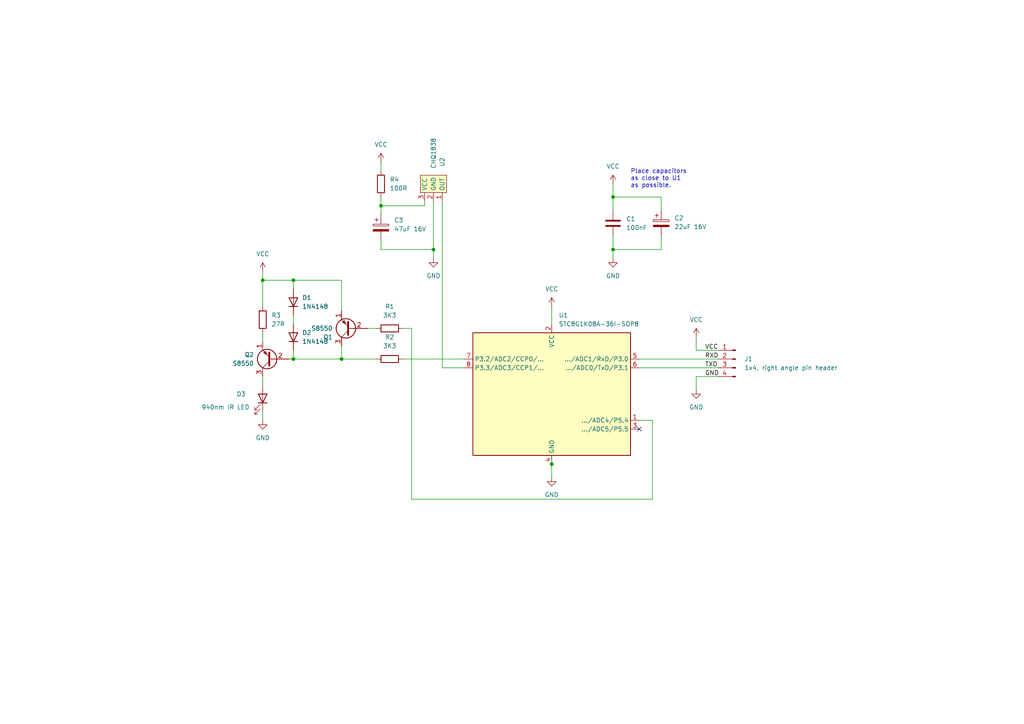
<source format=kicad_sch>
(kicad_sch (version 20230121) (generator eeschema)
  (paper "A4")
  (title_block (title "IRTM remixed - STC8G1K08A version") (date "2023-05-22") (rev "1.0") (company "(c) 2023 Vincent DEFERT. Licensed under the CC BY 4.0 license.") (comment 1 "More information at: http://creativecommons.org/licenses/by/4.0/") (comment 3 "Wide supply voltage (2.7-5.5V) infrared remote control to UART module"))
  (lib_symbols
    (symbol "Connector:Conn_01x04_Male" (pin_names (offset 1.016) hide)
      (property "Reference" "J" (at 0 5.08 0))
      (property "Value" "Conn_01x04_Male" (at 0 -7.62 0))
      (symbol "Conn_01x04_Male_1_1"
        (polyline (pts (xy 1.27 -5.08) (xy 0.8636 -5.08)) (stroke (width 0.1524)))
        (polyline (pts (xy 1.27 -2.54) (xy 0.8636 -2.54)) (stroke (width 0.1524)))
        (polyline (pts (xy 1.27 0) (xy 0.8636 0)) (stroke (width 0.1524)))
        (polyline (pts (xy 1.27 2.54) (xy 0.8636 2.54)) (stroke (width 0.1524)))
        (rectangle (start 0.8636 -4.953) (end 0 -5.207) (stroke (width 0.1524)) (fill (type outline)))
        (rectangle (start 0.8636 -2.413) (end 0 -2.667) (stroke (width 0.1524)) (fill (type outline)))
        (rectangle (start 0.8636 0.127) (end 0 -0.127) (stroke (width 0.1524)) (fill (type outline)))
        (rectangle (start 0.8636 2.667) (end 0 2.413) (stroke (width 0.1524)) (fill (type outline)))
        (pin passive line (at 5.08 2.54 180) (length 3.81) (name "Pin_1") (number "1"))
        (pin passive line (at 5.08 0 180) (length 3.81) (name "Pin_2") (number "2"))
        (pin passive line (at 5.08 -2.54 180) (length 3.81) (name "Pin_3") (number "3"))
        (pin passive line (at 5.08 -5.08 180) (length 3.81) (name "Pin_4") (number "4"))
      )
    )
    (symbol "Device:C" (pin_numbers hide) (pin_names (offset 0.254))
      (property "Reference" "C" (at 0.635 2.54 0))
      (property "Value" "C" (at 0.635 -2.54 0))
      (symbol "C_0_1"
        (polyline (pts (xy -2.032 -0.762) (xy 2.032 -0.762)) (stroke (width 0.508)))
        (polyline (pts (xy -2.032 0.762) (xy 2.032 0.762)) (stroke (width 0.508)))
      )
      (symbol "C_1_1"
        (pin passive line (at 0 3.81 270) (length 2.794) (name "~") (number "1"))
        (pin passive line (at 0 -3.81 90) (length 2.794) (name "~") (number "2"))
      )
    )
    (symbol "Device:C_Polarized" (pin_numbers hide) (pin_names (offset 0.254))
      (property "Reference" "C" (at 0.635 2.54 0))
      (property "Value" "C_Polarized" (at 0.635 -2.54 0))
      (symbol "C_Polarized_0_1"
        (rectangle (start -2.286 0.508) (end 2.286 1.016))
        (polyline (pts (xy -1.778 2.286) (xy -0.762 2.286)))
        (polyline (pts (xy -1.27 2.794) (xy -1.27 1.778)))
        (rectangle (start 2.286 -0.508) (end -2.286 -1.016) (fill (type outline)))
      )
      (symbol "C_Polarized_1_1"
        (pin passive line (at 0 3.81 270) (length 2.794) (name "~") (number "1"))
        (pin passive line (at 0 -3.81 90) (length 2.794) (name "~") (number "2"))
      )
    )
    (symbol "Device:LED" (pin_numbers hide) (pin_names (offset 1.016) hide)
      (property "Reference" "D" (at 0 2.54 0))
      (property "Value" "LED" (at 0 -2.54 0))
      (symbol "LED_0_1"
        (polyline (pts (xy -1.27 -1.27) (xy -1.27 1.27)) (stroke (width 0.254)))
        (polyline (pts (xy -1.27 0) (xy 1.27 0)))
        (polyline (pts (xy 1.27 -1.27) (xy 1.27 1.27) (xy -1.27 0) (xy 1.27 -1.27)) (stroke (width 0.254)))
        (polyline (pts (xy -3.048 -0.762) (xy -4.572 -2.286) (xy -3.81 -2.286) (xy -4.572 -2.286) (xy -4.572 -1.524)))
        (polyline (pts (xy -1.778 -0.762) (xy -3.302 -2.286) (xy -2.54 -2.286) (xy -3.302 -2.286) (xy -3.302 -1.524)))
      )
      (symbol "LED_1_1"
        (pin passive line (at -3.81 0 0) (length 2.54) (name "K") (number "1"))
        (pin passive line (at 3.81 0 180) (length 2.54) (name "A") (number "2"))
      )
    )
    (symbol "Device:R" (pin_numbers hide) (pin_names (offset 0))
      (property "Reference" "R" (at 2.032 0 90))
      (property "Value" "R" (at 0 0 90))
      (symbol "R_0_1"
        (rectangle (start -1.016 -2.54) (end 1.016 2.54) (stroke (width 0.254)))
      )
      (symbol "R_1_1"
        (pin passive line (at 0 3.81 270) (length 1.27) (name "~") (number "1"))
        (pin passive line (at 0 -3.81 90) (length 1.27) (name "~") (number "2"))
      )
    )
    (symbol "Diode:1N4148" (pin_numbers hide) (pin_names (offset 1.016) hide)
      (property "Reference" "D" (at 0 2.54 0))
      (property "Value" "1N4148" (at 0 -2.54 0))
      (symbol "1N4148_0_1"
        (polyline (pts (xy -1.27 1.27) (xy -1.27 -1.27)) (stroke (width 0.254)))
        (polyline (pts (xy 1.27 0) (xy -1.27 0)))
        (polyline (pts (xy 1.27 1.27) (xy 1.27 -1.27) (xy -1.27 0) (xy 1.27 1.27)) (stroke (width 0.254)))
      )
      (symbol "1N4148_1_1"
        (pin passive line (at -3.81 0 0) (length 2.54) (name "K") (number "1"))
        (pin passive line (at 3.81 0 180) (length 2.54) (name "A") (number "2"))
      )
    )
    (symbol "IR_Receiver:CHQ1838"
      (property "Reference" "U?" (at -5.08 1.27 0))
      (property "Value" "CHQ1838" (at -7.62 -1.27 0))
      (symbol "CHQ1838_0_1"
        (rectangle (start -2.54 3.81) (end 2.54 -3.81) (fill (type background)))
      )
      (symbol "CHQ1838_1_1"
        (pin bidirectional line (at 5.08 2.54 180) (length 2.54) (name "OUT") (number "1"))
        (pin bidirectional line (at 5.08 0 180) (length 2.54) (name "GND") (number "2"))
        (pin bidirectional line (at 5.08 -2.54 180) (length 2.54) (name "VCC") (number "3"))
      )
    )
    (symbol "STC:STC8G1K08A-36I-SOP8"
      (property "Reference" "U?" (at -22.86 19.05 0))
      (property "Value" "STC8G1K08A-36I-SOP8" (at 1.27 19.05 0))
      (symbol "STC8G1K08A-36I-SOP8_0_1"
        (rectangle (start -22.86 17.78) (end 22.86 -17.78) (stroke (width 0.254)) (fill (type background)))
      )
      (symbol "STC8G1K08A-36I-SOP8_1_1"
        (pin bidirectional line (at 25.4 -7.62 180) (length 2.54) (name ".../ADC4/P5.4") (number "1"))
        (pin power_in line (at 0 20.32 270) (length 2.54) (name "VCC") (number "2"))
        (pin bidirectional line (at 25.4 -10.16 180) (length 2.54) (name ".../ADC5/P5.5") (number "3"))
        (pin power_in line (at 0 -20.32 90) (length 2.54) (name "GND") (number "4"))
        (pin bidirectional line (at 25.4 10.16 180) (length 2.54) (name ".../ADC1/RxD/P3.0") (number "5"))
        (pin bidirectional line (at 25.4 7.62 180) (length 2.54) (name ".../ADC0/TxD/P3.1") (number "6"))
        (pin bidirectional line (at -25.4 10.16 0) (length 2.54) (name "P3.2/ADC2/CCP0/...") (number "7"))
        (pin bidirectional line (at -25.4 7.62 0) (length 2.54) (name "P3.3/ADC3/CCP1/...") (number "8"))
      )
    )
    (symbol "Transistor_BJT:S8550" (pin_names (offset 0) hide)
      (property "Reference" "Q" (at 5.08 1.905 0))
      (property "Value" "S8550" (at 5.08 0 0))
      (symbol "S8550_0_1"
        (polyline (pts (xy 0 0) (xy 0.635 0)))
        (polyline (pts (xy 2.54 -2.54) (xy 0.635 -0.635)))
        (polyline (pts (xy 2.54 2.54) (xy 0.635 0.635)))
        (polyline (pts (xy 0.635 1.905) (xy 0.635 -1.905) (xy 0.635 -1.905)) (stroke (width 0.508)) (fill (type outline)))
        (polyline (pts (xy 1.778 -2.286) (xy 2.286 -1.778) (xy 1.27 -1.27) (xy 1.778 -2.286) (xy 1.778 -2.286)) (fill (type outline)))
        (circle (center 1.27 0) (radius 2.8194) (stroke (width 0.254)))
      )
      (symbol "S8550_1_1"
        (pin passive line (at 2.54 -5.08 90) (length 2.54) (name "E") (number "1"))
        (pin input line (at -5.08 0 0) (length 5.08) (name "B") (number "2"))
        (pin passive line (at 2.54 5.08 270) (length 2.54) (name "C") (number "3"))
      )
    )
    (symbol "power:GND" (power) (pin_names (offset 0))
      (property "Value" "GND" (at 0 -3.81 0))
      (symbol "GND_0_1"
        (polyline (pts (xy 0 0) (xy 0 -1.27) (xy 1.27 -1.27) (xy 0 -2.54) (xy -1.27 -1.27) (xy 0 -1.27)))
      )
      (symbol "GND_1_1"
        (pin power_in line (at 0 0 270) (length 0) hide (name "GND") (number "1"))
      )
    )
    (symbol "power:VCC" (power) (pin_names (offset 0))
      (property "Value" "VCC" (at 0 3.81 0))
      (symbol "VCC_0_1"
        (polyline (pts (xy -0.762 1.27) (xy 0 2.54)))
        (polyline (pts (xy 0 0) (xy 0 2.54)))
        (polyline (pts (xy 0 2.54) (xy 0.762 1.27)))
      )
      (symbol "VCC_1_1"
        (pin power_in line (at 0 0 90) (length 0) hide (name "VCC") (number "1"))
      )
    )
  )
  (junction (at 125.73 72.39))
  (junction (at 85.09 81.28))
  (junction (at 85.09 104.14))
  (junction (at 177.8 72.39))
  (junction (at 76.2 81.28))
  (junction (at 177.8 57.15))
  (junction (at 110.49 59.69))
  (junction (at 99.06 104.14))
  (junction (at 160.02 134.62))
  (no_connect (at 185.42 124.46))
  (wire (pts (xy 85.09 104.14) (xy 99.06 104.14)))
  (wire (pts (xy 160.02 134.62) (xy 160.02 138.43)))
  (wire (pts (xy 177.8 72.39) (xy 177.8 74.93)))
  (wire (pts (xy 185.42 104.14) (xy 208.28 104.14)))
  (wire (pts (xy 177.8 72.39) (xy 191.77 72.39)))
  (wire (pts (xy 110.49 69.85) (xy 110.49 72.39)))
  (wire (pts (xy 191.77 57.15) (xy 191.77 60.96)))
  (wire (pts (xy 110.49 59.69) (xy 110.49 62.23)))
  (wire (pts (xy 177.8 53.34) (xy 177.8 57.15)))
  (wire (pts (xy 99.06 90.17) (xy 99.06 81.28)))
  (wire (pts (xy 201.93 101.6) (xy 208.28 101.6)))
  (wire (pts (xy 201.93 113.03) (xy 201.93 109.22)))
  (wire (pts (xy 160.02 88.9) (xy 160.02 93.98)))
  (wire (pts (xy 116.84 95.25) (xy 119.38 95.25)))
  (wire (pts (xy 106.68 95.25) (xy 109.22 95.25)))
  (wire (pts (xy 76.2 81.28) (xy 76.2 88.9)))
  (wire (pts (xy 185.42 121.92) (xy 189.23 121.92)))
  (wire (pts (xy 160.02 133.35) (xy 160.02 134.62)))
  (wire (pts (xy 85.09 81.28) (xy 99.06 81.28)))
  (wire (pts (xy 189.23 121.92) (xy 189.23 144.78)))
  (wire (pts (xy 177.8 57.15) (xy 191.77 57.15)))
  (wire (pts (xy 76.2 78.74) (xy 76.2 81.28)))
  (wire (pts (xy 201.93 109.22) (xy 208.28 109.22)))
  (wire (pts (xy 116.84 104.14) (xy 134.62 104.14)))
  (wire (pts (xy 85.09 81.28) (xy 85.09 83.82)))
  (wire (pts (xy 99.06 100.33) (xy 99.06 104.14)))
  (wire (pts (xy 110.49 59.69) (xy 123.19 59.69)))
  (wire (pts (xy 110.49 57.15) (xy 110.49 59.69)))
  (wire (pts (xy 191.77 68.58) (xy 191.77 72.39)))
  (wire (pts (xy 177.8 57.15) (xy 177.8 60.96)))
  (wire (pts (xy 201.93 97.79) (xy 201.93 101.6)))
  (wire (pts (xy 119.38 144.78) (xy 119.38 95.25)))
  (wire (pts (xy 185.42 106.68) (xy 208.28 106.68)))
  (wire (pts (xy 99.06 104.14) (xy 109.22 104.14)))
  (wire (pts (xy 110.49 72.39) (xy 125.73 72.39)))
  (wire (pts (xy 110.49 46.99) (xy 110.49 49.53)))
  (wire (pts (xy 128.27 106.68) (xy 134.62 106.68)))
  (wire (pts (xy 76.2 109.22) (xy 76.2 111.76)))
  (wire (pts (xy 76.2 119.38) (xy 76.2 121.92)))
  (wire (pts (xy 76.2 96.52) (xy 76.2 99.06)))
  (wire (pts (xy 128.27 58.42) (xy 128.27 106.68)))
  (wire (pts (xy 177.8 68.58) (xy 177.8 72.39)))
  (wire (pts (xy 123.19 58.42) (xy 123.19 59.69)))
  (wire (pts (xy 85.09 91.44) (xy 85.09 93.98)))
  (wire (pts (xy 76.2 81.28) (xy 85.09 81.28)))
  (wire (pts (xy 125.73 72.39) (xy 125.73 74.93)))
  (wire (pts (xy 125.73 58.42) (xy 125.73 72.39)))
  (wire (pts (xy 189.23 144.78) (xy 119.38 144.78)))
  (wire (pts (xy 83.82 104.14) (xy 85.09 104.14)))
  (wire (pts (xy 85.09 101.6) (xy 85.09 104.14)))
  (text "Place capacitors\nas close to U1\nas possible." (at 182.88 54.61 0) (effects (font (size 1.27 1.27)) (justify left bottom)))
  (label "VCC" (at 204.47 101.6 0))
  (label "GND" (at 204.47 109.22 0))
  (label "TXD" (at 204.47 106.68 0))
  (label "RXD" (at 204.47 104.14 0))
  (symbol (lib_id "power:VCC") (at 160.02 88.9 0) (unit 1)
    (property "Reference" "#PWR0107" (effects hide))
    (property "Value" "VCC" (at 160.02 83.82 0))
  )
  (symbol (lib_id "power:VCC") (at 76.2 78.74 0) (unit 1)
    (property "Reference" "#PWR0103" (effects hide))
    (property "Value" "VCC" (at 76.2 73.66 0))
  )
  (symbol (lib_id "power:VCC") (at 110.49 46.99 0) (unit 1)
    (property "Reference" "#PWR0101" (effects hide))
    (property "Value" "VCC" (at 110.49 41.91 0))
  )
  (symbol (lib_id "power:VCC") (at 177.8 53.34 0) (unit 1)
    (property "Reference" "#PWR0106" (effects hide))
    (property "Value" "VCC" (at 177.8 48.26 0))
  )
  (symbol (lib_id "STC:STC8G1K08A-36I-SOP8") (at 160.02 114.3 0) (unit 1)
    (property "Reference" "U1" (at 162.0394 91.44 0) (effects (justify left)))
    (property "Value" "STC8G1K08A-36I-SOP8" (at 162.0394 93.98 0) (effects (justify left)))
    (property "Footprint" "Package_SO:STC_SOP-8_3.9x4.9mm_P1.27mm" (effects hide))
    (property "Datasheet" "www.stcmicro.com/datasheet/STC8G-en.pdf" (effects hide))
  )
  (symbol (lib_id "power:GND") (at 177.8 74.93 0) (unit 1)
    (property "Reference" "#PWR0105" (effects hide))
    (property "Value" "GND" (at 177.8 80.01 0))
  )
  (symbol (lib_id "Transistor_BJT:S8550") (at 78.74 104.14 180) (unit 1)
    (property "Reference" "Q2" (at 73.66 102.8699 0) (effects (justify left)))
    (property "Value" "S8550" (at 73.66 105.4099 0) (effects (justify left)))
    (property "Footprint" "Package_TO_SOT_THT:TO-92_Inline" (effects hide))
    (property "Datasheet" "http://www.unisonic.com.tw/datasheet/S8550.pdf" (effects hide))
  )
  (symbol (lib_id "Device:R") (at 113.03 95.25 90) (unit 1)
    (property "Reference" "R1" (at 113.03 88.9 90))
    (property "Value" "3K3" (at 113.03 91.44 90))
  )
  (symbol (lib_id "Device:C_Polarized") (at 110.49 66.04 0) (unit 1)
    (property "Reference" "C3" (at 114.3 63.8809 0) (effects (justify left)))
    (property "Value" "47uF 16V" (at 114.3 66.4209 0) (effects (justify left)))
  )
  (symbol (lib_id "Device:C_Polarized") (at 191.77 64.77 0) (unit 1)
    (property "Reference" "C2" (at 195.58 63.246 0) (effects (justify left)))
    (property "Value" "22uF 16V" (at 195.58 65.786 0) (effects (justify left)))
  )
  (symbol (lib_id "power:GND") (at 76.2 121.92 0) (unit 1)
    (property "Reference" "#PWR0102" (effects hide))
    (property "Value" "GND" (at 76.2 127 0))
  )
  (symbol (lib_id "Device:R") (at 113.03 104.14 90) (unit 1)
    (property "Reference" "R2" (at 113.03 97.79 90))
    (property "Value" "3K3" (at 113.03 100.33 90))
  )
  (symbol (lib_id "power:GND") (at 125.73 74.93 0) (unit 1)
    (property "Reference" "#PWR0108" (effects hide))
    (property "Value" "GND" (at 125.73 80.01 0))
  )
  (symbol (lib_id "Device:R") (at 110.49 53.34 0) (unit 1)
    (property "Reference" "R4" (at 113.03 52.0699 0) (effects (justify left)))
    (property "Value" "100R" (at 113.03 54.6099 0) (effects (justify left)))
  )
  (symbol (lib_id "Device:C") (at 177.8 64.77 0) (unit 1)
    (property "Reference" "C1" (at 181.61 63.4999 0) (effects (justify left)))
    (property "Value" "100nF" (at 181.61 66.0399 0) (effects (justify left)))
  )
  (symbol (lib_id "power:GND") (at 160.02 138.43 0) (unit 1)
    (property "Reference" "#PWR0110" (effects hide))
    (property "Value" "GND" (at 160.02 143.51 0))
  )
  (symbol (lib_id "Transistor_BJT:S8550") (at 101.6 95.25 180) (unit 1)
    (property "Reference" "Q1" (at 96.52 97.79 0) (effects (justify left)))
    (property "Value" "S8550" (at 96.52 95.25 0) (effects (justify left)))
    (property "Footprint" "Package_TO_SOT_THT:TO-92_Inline" (effects hide))
    (property "Datasheet" "http://www.unisonic.com.tw/datasheet/S8550.pdf" (effects hide))
  )
  (symbol (lib_id "Connector:Conn_01x04_Male") (at 213.36 104.14 0) (mirror y) (unit 1)
    (property "Reference" "J1" (at 215.9 104.14 0) (effects (justify right)))
    (property "Value" "1x4, right angle pin header" (at 215.9 106.68 0) (effects (justify right)))
  )
  (symbol (lib_id "Device:LED") (at 76.2 115.57 270) (mirror x) (unit 1)
    (property "Reference" "D3" (at 68.58 114.3 90) (effects (justify left)))
    (property "Value" "940nm IR LED" (at 58.42 118.11 90) (effects (justify left)))
  )
  (symbol (lib_id "Device:R") (at 76.2 92.71 0) (unit 1)
    (property "Reference" "R3" (at 78.74 91.4399 0) (effects (justify left)))
    (property "Value" "27R" (at 78.74 93.9799 0) (effects (justify left)))
  )
  (symbol (lib_id "power:GND") (at 201.93 113.03 0) (unit 1)
    (property "Reference" "#PWR0109" (effects hide))
    (property "Value" "GND" (at 201.93 118.11 0))
  )
  (symbol (lib_id "IR_Receiver:CHQ1838") (at 125.73 53.34 270) (unit 1)
    (property "Reference" "U2" (at 128.27 46.99 0))
    (property "Value" "CHQ1838" (at 125.73 44.45 0))
  )
  (symbol (lib_id "Diode:1N4148") (at 85.09 97.79 90) (unit 1)
    (property "Reference" "D2" (at 87.63 96.5199 90) (effects (justify right)))
    (property "Value" "1N4148" (at 87.63 99.0599 90) (effects (justify right)))
    (property "Footprint" "Diode_THT:D_DO-35_SOD27_P7.62mm_Horizontal" (effects hide))
    (property "Datasheet" "https://assets.nexperia.com/documents/data-sheet/1N4148_1N4448.pdf" (effects hide))
  )
  (symbol (lib_id "Diode:1N4148") (at 85.09 87.63 90) (unit 1)
    (property "Reference" "D1" (at 87.63 86.3599 90) (effects (justify right)))
    (property "Value" "1N4148" (at 87.63 88.8999 90) (effects (justify right)))
    (property "Footprint" "Diode_THT:D_DO-35_SOD27_P7.62mm_Horizontal" (effects hide))
    (property "Datasheet" "https://assets.nexperia.com/documents/data-sheet/1N4148_1N4448.pdf" (effects hide))
  )
  (symbol (lib_id "power:VCC") (at 201.93 97.79 0) (unit 1)
    (property "Reference" "#PWR0104" (effects hide))
    (property "Value" "VCC" (at 201.93 92.71 0))
  )
)
</source>
